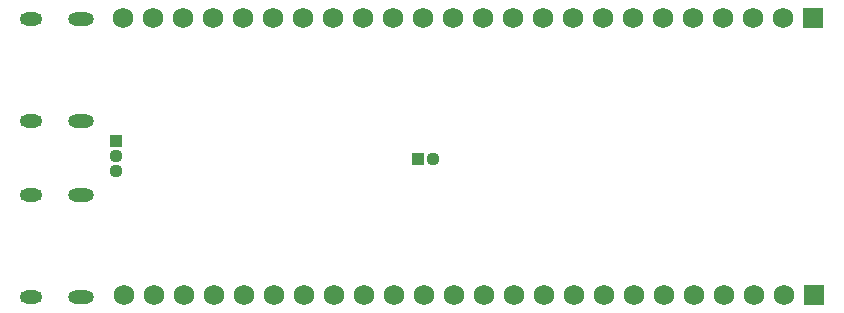
<source format=gbs>
G04*
G04 #@! TF.GenerationSoftware,Altium Limited,Altium Designer,24.7.2 (38)*
G04*
G04 Layer_Color=16711935*
%FSLAX25Y25*%
%MOIN*%
G70*
G04*
G04 #@! TF.SameCoordinates,4F91C874-3C4E-4DED-96D1-C94EC6773432*
G04*
G04*
G04 #@! TF.FilePolarity,Negative*
G04*
G01*
G75*
%ADD54R,0.06800X0.06800*%
%ADD55C,0.06800*%
%ADD56O,0.07487X0.04337*%
%ADD57O,0.08668X0.04337*%
%ADD58C,0.04400*%
%ADD59R,0.04400X0.04400*%
%ADD60R,0.04400X0.04400*%
D54*
X269500Y4500D02*
D03*
X269000Y97000D02*
D03*
D55*
X259500Y4500D02*
D03*
X249500D02*
D03*
X239500D02*
D03*
X229500D02*
D03*
X219500D02*
D03*
X209500D02*
D03*
X199500D02*
D03*
X189500D02*
D03*
X179500D02*
D03*
X169500D02*
D03*
X159500D02*
D03*
X149500D02*
D03*
X139500D02*
D03*
X129500D02*
D03*
X119500D02*
D03*
X109500D02*
D03*
X99500D02*
D03*
X89500D02*
D03*
X79500D02*
D03*
X69500D02*
D03*
X59500D02*
D03*
X49500D02*
D03*
X39500D02*
D03*
X259000Y97000D02*
D03*
X249000D02*
D03*
X239000D02*
D03*
X229000D02*
D03*
X219000D02*
D03*
X209000D02*
D03*
X199000D02*
D03*
X189000D02*
D03*
X179000D02*
D03*
X169000D02*
D03*
X159000D02*
D03*
X149000D02*
D03*
X139000D02*
D03*
X129000D02*
D03*
X119000D02*
D03*
X109000D02*
D03*
X99000D02*
D03*
X89000D02*
D03*
X79000D02*
D03*
X69000D02*
D03*
X59000D02*
D03*
X49000D02*
D03*
X39000D02*
D03*
D56*
X8543Y62484D02*
D03*
Y96492D02*
D03*
Y38008D02*
D03*
Y4000D02*
D03*
D57*
X25000Y96500D02*
D03*
Y62484D02*
D03*
Y4000D02*
D03*
Y38016D02*
D03*
D58*
X36900Y45900D02*
D03*
Y50900D02*
D03*
X142500Y50000D02*
D03*
D59*
X36900Y55900D02*
D03*
D60*
X137500Y50000D02*
D03*
M02*

</source>
